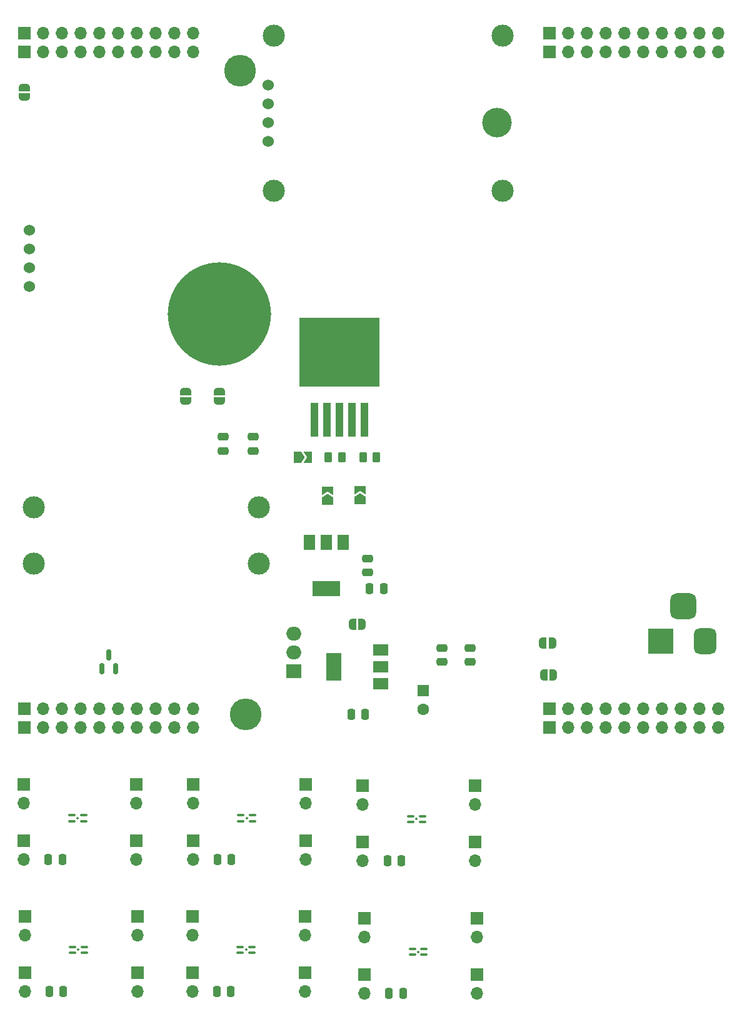
<source format=gbr>
%TF.GenerationSoftware,KiCad,Pcbnew,6.0.7-f9a2dced07~116~ubuntu20.04.1*%
%TF.CreationDate,2022-10-31T15:28:57+01:00*%
%TF.ProjectId,av_citynode_hw,61765f63-6974-4796-9e6f-64655f68772e,rev?*%
%TF.SameCoordinates,Original*%
%TF.FileFunction,Soldermask,Top*%
%TF.FilePolarity,Negative*%
%FSLAX46Y46*%
G04 Gerber Fmt 4.6, Leading zero omitted, Abs format (unit mm)*
G04 Created by KiCad (PCBNEW 6.0.7-f9a2dced07~116~ubuntu20.04.1) date 2022-10-31 15:28:57*
%MOMM*%
%LPD*%
G01*
G04 APERTURE LIST*
G04 Aperture macros list*
%AMRoundRect*
0 Rectangle with rounded corners*
0 $1 Rounding radius*
0 $2 $3 $4 $5 $6 $7 $8 $9 X,Y pos of 4 corners*
0 Add a 4 corners polygon primitive as box body*
4,1,4,$2,$3,$4,$5,$6,$7,$8,$9,$2,$3,0*
0 Add four circle primitives for the rounded corners*
1,1,$1+$1,$2,$3*
1,1,$1+$1,$4,$5*
1,1,$1+$1,$6,$7*
1,1,$1+$1,$8,$9*
0 Add four rect primitives between the rounded corners*
20,1,$1+$1,$2,$3,$4,$5,0*
20,1,$1+$1,$4,$5,$6,$7,0*
20,1,$1+$1,$6,$7,$8,$9,0*
20,1,$1+$1,$8,$9,$2,$3,0*%
%AMFreePoly0*
4,1,22,0.500000,-0.750000,0.000000,-0.750000,0.000000,-0.745033,-0.079941,-0.743568,-0.215256,-0.701293,-0.333266,-0.622738,-0.424486,-0.514219,-0.481581,-0.384460,-0.499164,-0.250000,-0.500000,-0.250000,-0.500000,0.250000,-0.499164,0.250000,-0.499963,0.256109,-0.478152,0.396186,-0.417904,0.524511,-0.324060,0.630769,-0.204165,0.706417,-0.067858,0.745374,0.000000,0.744959,0.000000,0.750000,
0.500000,0.750000,0.500000,-0.750000,0.500000,-0.750000,$1*%
%AMFreePoly1*
4,1,20,0.000000,0.744959,0.073905,0.744508,0.209726,0.703889,0.328688,0.626782,0.421226,0.519385,0.479903,0.390333,0.500000,0.250000,0.500000,-0.250000,0.499851,-0.262216,0.476331,-0.402017,0.414519,-0.529596,0.319384,-0.634700,0.198574,-0.708877,0.061801,-0.746166,0.000000,-0.745033,0.000000,-0.750000,-0.500000,-0.750000,-0.500000,0.750000,0.000000,0.750000,0.000000,0.744959,
0.000000,0.744959,$1*%
%AMFreePoly2*
4,1,6,1.000000,0.000000,0.500000,-0.750000,-0.500000,-0.750000,-0.500000,0.750000,0.500000,0.750000,1.000000,0.000000,1.000000,0.000000,$1*%
%AMFreePoly3*
4,1,6,0.500000,-0.750000,-0.650000,-0.750000,-0.150000,0.000000,-0.650000,0.750000,0.500000,0.750000,0.500000,-0.750000,0.500000,-0.750000,$1*%
G04 Aperture macros list end*
%ADD10RoundRect,0.250000X-0.250000X-0.475000X0.250000X-0.475000X0.250000X0.475000X-0.250000X0.475000X0*%
%ADD11R,1.700000X1.700000*%
%ADD12O,1.700000X1.700000*%
%ADD13R,1.500000X2.000000*%
%ADD14R,3.800000X2.000000*%
%ADD15R,1.100000X4.600000*%
%ADD16R,10.800000X9.400000*%
%ADD17RoundRect,0.150000X0.150000X-0.587500X0.150000X0.587500X-0.150000X0.587500X-0.150000X-0.587500X0*%
%ADD18RoundRect,0.250000X0.475000X-0.250000X0.475000X0.250000X-0.475000X0.250000X-0.475000X-0.250000X0*%
%ADD19C,4.300000*%
%ADD20RoundRect,0.075000X0.425000X0.075000X-0.425000X0.075000X-0.425000X-0.075000X0.425000X-0.075000X0*%
%ADD21RoundRect,0.075000X0.075000X0.075000X-0.075000X0.075000X-0.075000X-0.075000X0.075000X-0.075000X0*%
%ADD22C,3.000000*%
%ADD23RoundRect,0.250000X-0.475000X0.250000X-0.475000X-0.250000X0.475000X-0.250000X0.475000X0.250000X0*%
%ADD24FreePoly0,0.000000*%
%ADD25FreePoly1,0.000000*%
%ADD26C,14.000000*%
%ADD27FreePoly2,90.000000*%
%ADD28FreePoly3,90.000000*%
%ADD29C,1.524000*%
%ADD30RoundRect,0.250000X0.262500X0.450000X-0.262500X0.450000X-0.262500X-0.450000X0.262500X-0.450000X0*%
%ADD31FreePoly0,270.000000*%
%ADD32FreePoly1,270.000000*%
%ADD33FreePoly2,0.000000*%
%ADD34FreePoly3,0.000000*%
%ADD35R,2.000000X1.905000*%
%ADD36O,2.000000X1.905000*%
%ADD37RoundRect,0.250000X-0.262500X-0.450000X0.262500X-0.450000X0.262500X0.450000X-0.262500X0.450000X0*%
%ADD38C,4.000000*%
%ADD39R,1.600000X1.600000*%
%ADD40C,1.600000*%
%ADD41R,2.000000X1.500000*%
%ADD42R,2.000000X3.800000*%
%ADD43R,3.500000X3.500000*%
%ADD44RoundRect,0.750000X0.750000X1.000000X-0.750000X1.000000X-0.750000X-1.000000X0.750000X-1.000000X0*%
%ADD45RoundRect,0.875000X0.875000X0.875000X-0.875000X0.875000X-0.875000X-0.875000X0.875000X-0.875000X0*%
G04 APERTURE END LIST*
D10*
%TO.C,C1*%
X27943000Y-89729000D03*
X29843000Y-89729000D03*
%TD*%
D11*
%TO.C,J10*%
X1815500Y22126000D03*
D12*
X4355500Y22126000D03*
X6895500Y22126000D03*
X9435500Y22126000D03*
X11975500Y22126000D03*
X14515500Y22126000D03*
X17055500Y22126000D03*
X19595500Y22126000D03*
X22135500Y22126000D03*
X24675500Y22126000D03*
%TD*%
D13*
%TO.C,U7*%
X45009500Y-46758000D03*
D14*
X42709500Y-53058000D03*
D13*
X42709500Y-46758000D03*
X40409500Y-46758000D03*
%TD*%
D15*
%TO.C,U6*%
X41087500Y-30204000D03*
X42787500Y-30204000D03*
X44487500Y-30204000D03*
D16*
X44487500Y-21054000D03*
D15*
X46187500Y-30204000D03*
X47887500Y-30204000D03*
%TD*%
D17*
%TO.C,Q1*%
X12295500Y-63901500D03*
X14195500Y-63901500D03*
X13245500Y-62026500D03*
%TD*%
D18*
%TO.C,C13*%
X48297500Y-50833000D03*
X48297500Y-48933000D03*
%TD*%
D10*
%TO.C,C1*%
X51165000Y-107814000D03*
X53065000Y-107814000D03*
%TD*%
D11*
%TO.C,J11*%
X72935500Y-71854000D03*
D12*
X75475500Y-71854000D03*
X78015500Y-71854000D03*
X80555500Y-71854000D03*
X83095500Y-71854000D03*
X85635500Y-71854000D03*
X88175500Y-71854000D03*
X90715500Y-71854000D03*
X93255500Y-71854000D03*
X95795500Y-71854000D03*
%TD*%
D19*
%TO.C,H5*%
X31025500Y17046000D03*
%TD*%
D11*
%TO.C,J17*%
X1815500Y19586000D03*
D12*
X4355500Y19586000D03*
X6895500Y19586000D03*
X9435500Y19586000D03*
X11975500Y19586000D03*
X14515500Y19586000D03*
X17055500Y19586000D03*
X19595500Y19586000D03*
X22135500Y19586000D03*
X24675500Y19586000D03*
%TD*%
D20*
%TO.C,U1*%
X9913000Y-102322000D03*
X9913000Y-101522000D03*
X8313000Y-101522000D03*
X8313000Y-102322000D03*
D21*
X9113000Y-101922000D03*
%TD*%
D22*
%TO.C,U5*%
X33565500Y-49629000D03*
X33565500Y-42009000D03*
X3085500Y-42009000D03*
X3085500Y-49629000D03*
%TD*%
D20*
%TO.C,U1*%
X55935000Y-102607000D03*
X55935000Y-101807000D03*
X54335000Y-101807000D03*
X54335000Y-102607000D03*
D21*
X55135000Y-102207000D03*
%TD*%
D11*
%TO.C,J19*%
X1815500Y-69314000D03*
D12*
X4355500Y-69314000D03*
X6895500Y-69314000D03*
X9435500Y-69314000D03*
X11975500Y-69314000D03*
X14515500Y-69314000D03*
X17055500Y-69314000D03*
X19595500Y-69314000D03*
X22135500Y-69314000D03*
X24675500Y-69314000D03*
%TD*%
D23*
%TO.C,C18*%
X58330500Y-61059000D03*
X58330500Y-62959000D03*
%TD*%
D24*
%TO.C,JP6*%
X46235500Y-57884000D03*
D25*
X47535500Y-57884000D03*
%TD*%
D20*
%TO.C,U1*%
X55713000Y-84622000D03*
X55713000Y-83822000D03*
X54113000Y-83822000D03*
X54113000Y-84622000D03*
D21*
X54913000Y-84222000D03*
%TD*%
D26*
%TO.C,H8*%
X28180700Y-15872400D03*
%TD*%
D10*
%TO.C,C1*%
X5043000Y-89729000D03*
X6943000Y-89729000D03*
%TD*%
D23*
%TO.C,C19*%
X62140500Y-61059000D03*
X62140500Y-62959000D03*
%TD*%
D10*
%TO.C,C12*%
X48551500Y-53058000D03*
X50451500Y-53058000D03*
%TD*%
D27*
%TO.C,JP9*%
X42836500Y-41173000D03*
D28*
X42836500Y-39723000D03*
%TD*%
D11*
%TO.C,J12*%
X1815500Y-71854000D03*
D12*
X4355500Y-71854000D03*
X6895500Y-71854000D03*
X9435500Y-71854000D03*
X11975500Y-71854000D03*
X14515500Y-71854000D03*
X17055500Y-71854000D03*
X19595500Y-71854000D03*
X22135500Y-71854000D03*
X24675500Y-71854000D03*
%TD*%
D23*
%TO.C,C11*%
X32803500Y-32484000D03*
X32803500Y-34384000D03*
%TD*%
D29*
%TO.C,U4*%
X2450500Y-4544000D03*
X2450500Y-7084000D03*
X2450500Y-9624000D03*
X2450500Y-12164000D03*
%TD*%
D10*
%TO.C,C1*%
X50943000Y-89829000D03*
X52843000Y-89829000D03*
%TD*%
%TO.C,C1*%
X5143000Y-107529000D03*
X7043000Y-107529000D03*
%TD*%
D30*
%TO.C,R4*%
X49487500Y-35224000D03*
X47662500Y-35224000D03*
%TD*%
D24*
%TO.C,JP10*%
X72016500Y-60424000D03*
D25*
X73316500Y-60424000D03*
%TD*%
D24*
%TO.C,JP11*%
X72143500Y-64742000D03*
D25*
X73443500Y-64742000D03*
%TD*%
D11*
%TO.C,J16*%
X72935500Y19586000D03*
D12*
X75475500Y19586000D03*
X78015500Y19586000D03*
X80555500Y19586000D03*
X83095500Y19586000D03*
X85635500Y19586000D03*
X88175500Y19586000D03*
X90715500Y19586000D03*
X93255500Y19586000D03*
X95795500Y19586000D03*
%TD*%
D20*
%TO.C,U1*%
X32713000Y-84522000D03*
X32713000Y-83722000D03*
X31113000Y-83722000D03*
X31113000Y-84522000D03*
D21*
X31913000Y-84122000D03*
%TD*%
D31*
%TO.C,JP12*%
X28231500Y-26373000D03*
D32*
X28231500Y-27673000D03*
%TD*%
D20*
%TO.C,U1*%
X9813000Y-84522000D03*
X9813000Y-83722000D03*
X8213000Y-83722000D03*
X8213000Y-84522000D03*
D21*
X9013000Y-84122000D03*
%TD*%
D11*
%TO.C,J18*%
X72935500Y-69314000D03*
D12*
X75475500Y-69314000D03*
X78015500Y-69314000D03*
X80555500Y-69314000D03*
X83095500Y-69314000D03*
X85635500Y-69314000D03*
X88175500Y-69314000D03*
X90715500Y-69314000D03*
X93255500Y-69314000D03*
X95795500Y-69314000D03*
%TD*%
D10*
%TO.C,C1*%
X27843000Y-107529000D03*
X29743000Y-107529000D03*
%TD*%
D33*
%TO.C,JP7*%
X38770300Y-35278000D03*
D34*
X40220300Y-35278000D03*
%TD*%
D23*
%TO.C,C10*%
X28739500Y-32484000D03*
X28739500Y-34384000D03*
%TD*%
D35*
%TO.C,U8*%
X38320500Y-64234000D03*
D36*
X38320500Y-61694000D03*
X38320500Y-59154000D03*
%TD*%
D31*
%TO.C,JP4*%
X23659500Y-26358000D03*
D32*
X23659500Y-27658000D03*
%TD*%
D37*
%TO.C,R5*%
X42963500Y-35278000D03*
X44788500Y-35278000D03*
%TD*%
D19*
%TO.C,H6*%
X31787500Y-70076000D03*
%TD*%
D22*
%TO.C,U14*%
X66585500Y21831000D03*
X35585500Y831000D03*
X35585500Y21831000D03*
D38*
X65835500Y10081000D03*
D22*
X66585500Y831000D03*
D29*
X34835500Y15141000D03*
X34835500Y12601000D03*
X34835500Y10061000D03*
X34835500Y7521000D03*
%TD*%
D20*
%TO.C,U1*%
X32613000Y-102322000D03*
X32613000Y-101522000D03*
X31013000Y-101522000D03*
X31013000Y-102322000D03*
D21*
X31813000Y-101922000D03*
%TD*%
D27*
%TO.C,JP8*%
X47281500Y-41083000D03*
D28*
X47281500Y-39633000D03*
%TD*%
D39*
%TO.C,C20*%
X55790500Y-66838888D03*
D40*
X55790500Y-69338888D03*
%TD*%
D10*
%TO.C,C16*%
X46077500Y-70076000D03*
X47977500Y-70076000D03*
%TD*%
D41*
%TO.C,U15*%
X50025500Y-65899000D03*
X50025500Y-63599000D03*
X50025500Y-61299000D03*
D42*
X43725500Y-63599000D03*
%TD*%
D31*
%TO.C,JP3*%
X1815500Y14790000D03*
D32*
X1815500Y13490000D03*
%TD*%
D43*
%TO.C,J8*%
X88017500Y-60111500D03*
D44*
X94017500Y-60111500D03*
D45*
X91017500Y-55411500D03*
%TD*%
D11*
%TO.C,J9*%
X72935500Y22126000D03*
D12*
X75475500Y22126000D03*
X78015500Y22126000D03*
X80555500Y22126000D03*
X83095500Y22126000D03*
X85635500Y22126000D03*
X88175500Y22126000D03*
X90715500Y22126000D03*
X93255500Y22126000D03*
X95795500Y22126000D03*
%TD*%
D11*
%TO.C,J4*%
X24536000Y-104989000D03*
D12*
X24536000Y-107529000D03*
%TD*%
D11*
%TO.C,J3*%
X47858000Y-97654000D03*
D12*
X47858000Y-100194000D03*
%TD*%
D11*
%TO.C,J2*%
X39776000Y-104989000D03*
D12*
X39776000Y-107529000D03*
%TD*%
D11*
%TO.C,J1*%
X39776000Y-97369000D03*
D12*
X39776000Y-99909000D03*
%TD*%
D11*
%TO.C,J3*%
X1736000Y-79569000D03*
D12*
X1736000Y-82109000D03*
%TD*%
D11*
%TO.C,J2*%
X17076000Y-104989000D03*
D12*
X17076000Y-107529000D03*
%TD*%
D11*
%TO.C,J3*%
X24536000Y-97369000D03*
D12*
X24536000Y-99909000D03*
%TD*%
D11*
%TO.C,J3*%
X24636000Y-79569000D03*
D12*
X24636000Y-82109000D03*
%TD*%
D11*
%TO.C,J4*%
X1736000Y-87189000D03*
D12*
X1736000Y-89729000D03*
%TD*%
D11*
%TO.C,J1*%
X39876000Y-79569000D03*
D12*
X39876000Y-82109000D03*
%TD*%
D11*
%TO.C,J3*%
X1836000Y-97369000D03*
D12*
X1836000Y-99909000D03*
%TD*%
D11*
%TO.C,J4*%
X47636000Y-87289000D03*
D12*
X47636000Y-89829000D03*
%TD*%
D11*
%TO.C,J2*%
X63098000Y-105274000D03*
D12*
X63098000Y-107814000D03*
%TD*%
D11*
%TO.C,J4*%
X24636000Y-87189000D03*
D12*
X24636000Y-89729000D03*
%TD*%
D11*
%TO.C,J1*%
X63098000Y-97654000D03*
D12*
X63098000Y-100194000D03*
%TD*%
D11*
%TO.C,J1*%
X17076000Y-97369000D03*
D12*
X17076000Y-99909000D03*
%TD*%
D11*
%TO.C,J2*%
X16976000Y-87189000D03*
D12*
X16976000Y-89729000D03*
%TD*%
D11*
%TO.C,J2*%
X39876000Y-87189000D03*
D12*
X39876000Y-89729000D03*
%TD*%
D11*
%TO.C,J2*%
X62876000Y-87289000D03*
D12*
X62876000Y-89829000D03*
%TD*%
D11*
%TO.C,J4*%
X47858000Y-105274000D03*
D12*
X47858000Y-107814000D03*
%TD*%
D11*
%TO.C,J4*%
X1836000Y-104989000D03*
D12*
X1836000Y-107529000D03*
%TD*%
D11*
%TO.C,J3*%
X47636000Y-79669000D03*
D12*
X47636000Y-82209000D03*
%TD*%
D11*
%TO.C,J1*%
X62876000Y-79669000D03*
D12*
X62876000Y-82209000D03*
%TD*%
D11*
%TO.C,J1*%
X16976000Y-79569000D03*
D12*
X16976000Y-82109000D03*
%TD*%
M02*

</source>
